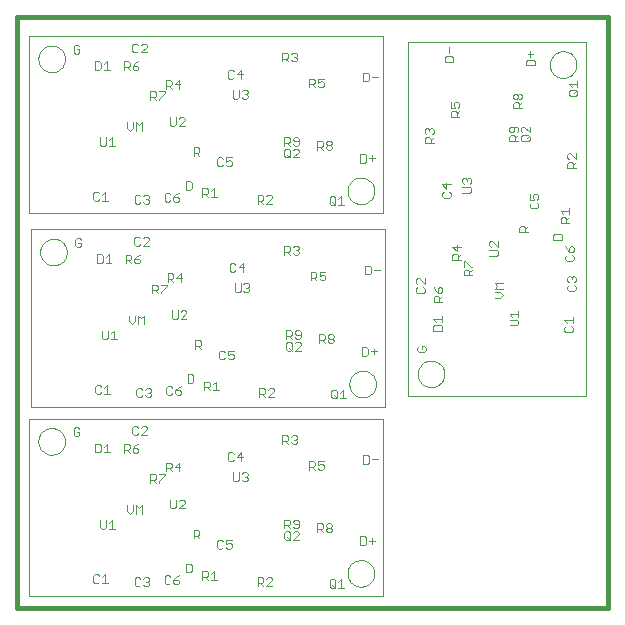
<source format=gto>
G75*
G70*
%OFA0B0*%
%FSLAX24Y24*%
%IPPOS*%
%LPD*%
%AMOC8*
5,1,8,0,0,1.08239X$1,22.5*
%
%ADD10C,0.0010*%
%ADD11C,0.0030*%
%ADD12C,0.0000*%
%ADD13C,0.0020*%
%ADD14C,0.0160*%
D10*
X001150Y009298D02*
X001150Y015204D01*
X012961Y015204D01*
X012961Y009298D01*
X001150Y009298D01*
X001210Y015608D02*
X001210Y021514D01*
X013021Y021514D01*
X013021Y015608D01*
X001210Y015608D01*
X001150Y022048D02*
X001150Y027954D01*
X012961Y027954D01*
X012961Y022048D01*
X001150Y022048D01*
X013794Y027759D02*
X013794Y015948D01*
X019700Y015948D01*
X019700Y027759D01*
X013794Y027759D01*
D11*
X012783Y026598D02*
X012590Y026598D01*
X012488Y026502D02*
X012488Y026695D01*
X012440Y026744D01*
X012295Y026744D01*
X012295Y026453D01*
X012440Y026453D01*
X012488Y026502D01*
X010964Y026544D02*
X010770Y026544D01*
X010770Y026398D01*
X010867Y026447D01*
X010915Y026447D01*
X010964Y026398D01*
X010964Y026302D01*
X010915Y026253D01*
X010819Y026253D01*
X010770Y026302D01*
X010669Y026253D02*
X010572Y026350D01*
X010621Y026350D02*
X010476Y026350D01*
X010476Y026253D02*
X010476Y026544D01*
X010621Y026544D01*
X010669Y026495D01*
X010669Y026398D01*
X010621Y026350D01*
X010035Y027113D02*
X010084Y027162D01*
X010084Y027210D01*
X010035Y027258D01*
X009987Y027258D01*
X010035Y027258D02*
X010084Y027307D01*
X010084Y027355D01*
X010035Y027404D01*
X009939Y027404D01*
X009890Y027355D01*
X009789Y027355D02*
X009789Y027258D01*
X009741Y027210D01*
X009596Y027210D01*
X009692Y027210D02*
X009789Y027113D01*
X009890Y027162D02*
X009939Y027113D01*
X010035Y027113D01*
X009789Y027355D02*
X009741Y027404D01*
X009596Y027404D01*
X009596Y027113D01*
X008264Y026688D02*
X008070Y026688D01*
X008215Y026834D01*
X008215Y026543D01*
X007969Y026592D02*
X007921Y026543D01*
X007824Y026543D01*
X007776Y026592D01*
X007776Y026785D01*
X007824Y026834D01*
X007921Y026834D01*
X007969Y026785D01*
X006333Y025205D02*
X006333Y025157D01*
X006140Y024963D01*
X006333Y024963D01*
X006333Y025205D02*
X006285Y025254D01*
X006188Y025254D01*
X006140Y025205D01*
X006038Y025254D02*
X006038Y025012D01*
X005990Y024963D01*
X005893Y024963D01*
X005845Y025012D01*
X005845Y025254D01*
X005480Y025823D02*
X005480Y025872D01*
X005673Y026065D01*
X005673Y026114D01*
X005480Y026114D01*
X005378Y026065D02*
X005378Y025968D01*
X005330Y025920D01*
X005185Y025920D01*
X005185Y025823D02*
X005185Y026114D01*
X005330Y026114D01*
X005378Y026065D01*
X005282Y025920D02*
X005378Y025823D01*
X005705Y026203D02*
X005705Y026494D01*
X005850Y026494D01*
X005898Y026445D01*
X005898Y026348D01*
X005850Y026300D01*
X005705Y026300D01*
X005802Y026300D02*
X005898Y026203D01*
X006000Y026348D02*
X006193Y026348D01*
X006145Y026203D02*
X006145Y026494D01*
X006000Y026348D01*
X005084Y027413D02*
X004890Y027413D01*
X005084Y027607D01*
X005084Y027655D01*
X005035Y027704D01*
X004939Y027704D01*
X004890Y027655D01*
X004789Y027655D02*
X004741Y027704D01*
X004644Y027704D01*
X004596Y027655D01*
X004596Y027462D01*
X004644Y027413D01*
X004741Y027413D01*
X004789Y027462D01*
X004793Y027114D02*
X004696Y027065D01*
X004600Y026968D01*
X004745Y026968D01*
X004793Y026920D01*
X004793Y026872D01*
X004745Y026823D01*
X004648Y026823D01*
X004600Y026872D01*
X004600Y026968D01*
X004498Y026968D02*
X004450Y026920D01*
X004305Y026920D01*
X004305Y026823D02*
X004305Y027114D01*
X004450Y027114D01*
X004498Y027065D01*
X004498Y026968D01*
X004402Y026920D02*
X004498Y026823D01*
X003834Y026833D02*
X003640Y026833D01*
X003737Y026833D02*
X003737Y027124D01*
X003640Y027027D01*
X003539Y027075D02*
X003539Y026882D01*
X003491Y026833D01*
X003346Y026833D01*
X003346Y027124D01*
X003491Y027124D01*
X003539Y027075D01*
X002828Y027422D02*
X002828Y027518D01*
X002732Y027518D01*
X002828Y027422D02*
X002780Y027373D01*
X002683Y027373D01*
X002635Y027422D01*
X002635Y027615D01*
X002683Y027664D01*
X002780Y027664D01*
X002828Y027615D01*
X004425Y025084D02*
X004425Y024890D01*
X004522Y024793D01*
X004618Y024890D01*
X004618Y025084D01*
X004725Y025084D02*
X004822Y024987D01*
X004918Y025084D01*
X004918Y024793D01*
X004725Y024793D02*
X004725Y025084D01*
X003906Y024584D02*
X003906Y024293D01*
X003810Y024293D02*
X004003Y024293D01*
X003810Y024487D02*
X003906Y024584D01*
X003708Y024584D02*
X003708Y024342D01*
X003660Y024293D01*
X003563Y024293D01*
X003515Y024342D01*
X003515Y024584D01*
X003441Y022764D02*
X003344Y022764D01*
X003296Y022715D01*
X003296Y022522D01*
X003344Y022473D01*
X003441Y022473D01*
X003489Y022522D01*
X003590Y022473D02*
X003784Y022473D01*
X003687Y022473D02*
X003687Y022764D01*
X003590Y022667D01*
X003489Y022715D02*
X003441Y022764D01*
X004665Y022615D02*
X004665Y022422D01*
X004713Y022373D01*
X004810Y022373D01*
X004858Y022422D01*
X004960Y022422D02*
X005008Y022373D01*
X005105Y022373D01*
X005153Y022422D01*
X005153Y022470D01*
X005105Y022518D01*
X005056Y022518D01*
X005105Y022518D02*
X005153Y022567D01*
X005153Y022615D01*
X005105Y022664D01*
X005008Y022664D01*
X004960Y022615D01*
X004858Y022615D02*
X004810Y022664D01*
X004713Y022664D01*
X004665Y022615D01*
X005665Y022685D02*
X005665Y022492D01*
X005713Y022443D01*
X005810Y022443D01*
X005858Y022492D01*
X005960Y022492D02*
X006008Y022443D01*
X006105Y022443D01*
X006153Y022492D01*
X006153Y022540D01*
X006105Y022588D01*
X005960Y022588D01*
X005960Y022492D01*
X005960Y022588D02*
X006056Y022685D01*
X006153Y022734D01*
X006375Y022833D02*
X006375Y023124D01*
X006520Y023124D01*
X006568Y023075D01*
X006568Y022882D01*
X006520Y022833D01*
X006375Y022833D01*
X005858Y022685D02*
X005810Y022734D01*
X005713Y022734D01*
X005665Y022685D01*
X006635Y023963D02*
X006635Y024254D01*
X006780Y024254D01*
X006828Y024205D01*
X006828Y024108D01*
X006780Y024060D01*
X006635Y024060D01*
X006732Y024060D02*
X006828Y023963D01*
X007415Y023865D02*
X007415Y023672D01*
X007463Y023623D01*
X007560Y023623D01*
X007608Y023672D01*
X007710Y023672D02*
X007758Y023623D01*
X007855Y023623D01*
X007903Y023672D01*
X007903Y023768D01*
X007855Y023817D01*
X007806Y023817D01*
X007710Y023768D01*
X007710Y023914D01*
X007903Y023914D01*
X007608Y023865D02*
X007560Y023914D01*
X007463Y023914D01*
X007415Y023865D01*
X007317Y022884D02*
X007317Y022593D01*
X007220Y022593D02*
X007414Y022593D01*
X007220Y022787D02*
X007317Y022884D01*
X007119Y022835D02*
X007119Y022738D01*
X007071Y022690D01*
X006926Y022690D01*
X007022Y022690D02*
X007119Y022593D01*
X006926Y022593D02*
X006926Y022884D01*
X007071Y022884D01*
X007119Y022835D01*
X008765Y022664D02*
X008765Y022373D01*
X008765Y022470D02*
X008910Y022470D01*
X008958Y022518D01*
X008958Y022615D01*
X008910Y022664D01*
X008765Y022664D01*
X008862Y022470D02*
X008958Y022373D01*
X009060Y022373D02*
X009253Y022567D01*
X009253Y022615D01*
X009205Y022664D01*
X009108Y022664D01*
X009060Y022615D01*
X009060Y022373D02*
X009253Y022373D01*
X009656Y020964D02*
X009801Y020964D01*
X009849Y020915D01*
X009849Y020818D01*
X009801Y020770D01*
X009656Y020770D01*
X009752Y020770D02*
X009849Y020673D01*
X009950Y020722D02*
X009999Y020673D01*
X010095Y020673D01*
X010144Y020722D01*
X010144Y020770D01*
X010095Y020818D01*
X010047Y020818D01*
X010095Y020818D02*
X010144Y020867D01*
X010144Y020915D01*
X010095Y020964D01*
X009999Y020964D01*
X009950Y020915D01*
X009656Y020964D02*
X009656Y020673D01*
X010536Y020104D02*
X010536Y019813D01*
X010536Y019910D02*
X010681Y019910D01*
X010729Y019958D01*
X010729Y020055D01*
X010681Y020104D01*
X010536Y020104D01*
X010632Y019910D02*
X010729Y019813D01*
X010830Y019862D02*
X010879Y019813D01*
X010975Y019813D01*
X011024Y019862D01*
X011024Y019958D01*
X010975Y020007D01*
X010927Y020007D01*
X010830Y019958D01*
X010830Y020104D01*
X011024Y020104D01*
X012355Y020013D02*
X012500Y020013D01*
X012548Y020062D01*
X012548Y020255D01*
X012500Y020304D01*
X012355Y020304D01*
X012355Y020013D01*
X012650Y020158D02*
X012843Y020158D01*
X014045Y019834D02*
X014045Y019737D01*
X014093Y019689D01*
X014093Y019587D02*
X014045Y019539D01*
X014045Y019442D01*
X014093Y019394D01*
X014287Y019394D01*
X014335Y019442D01*
X014335Y019539D01*
X014287Y019587D01*
X014335Y019689D02*
X014142Y019882D01*
X014093Y019882D01*
X014045Y019834D01*
X014335Y019882D02*
X014335Y019689D01*
X014635Y019591D02*
X014683Y019495D01*
X014780Y019398D01*
X014780Y019543D01*
X014828Y019591D01*
X014877Y019591D01*
X014925Y019543D01*
X014925Y019446D01*
X014877Y019398D01*
X014780Y019398D01*
X014780Y019297D02*
X014828Y019248D01*
X014828Y019103D01*
X014925Y019103D02*
X014635Y019103D01*
X014635Y019248D01*
X014683Y019297D01*
X014780Y019297D01*
X014828Y019200D02*
X014925Y019297D01*
X014915Y018632D02*
X014915Y018439D01*
X014915Y018535D02*
X014625Y018535D01*
X014722Y018439D01*
X014673Y018337D02*
X014625Y018289D01*
X014625Y018144D01*
X014915Y018144D01*
X014915Y018289D01*
X014867Y018337D01*
X014673Y018337D01*
X014327Y017627D02*
X014230Y017627D01*
X014230Y017530D01*
X014327Y017433D02*
X014375Y017482D01*
X014375Y017578D01*
X014327Y017627D01*
X014327Y017433D02*
X014133Y017433D01*
X014085Y017482D01*
X014085Y017578D01*
X014133Y017627D01*
X012733Y017448D02*
X012540Y017448D01*
X012636Y017352D02*
X012636Y017545D01*
X012438Y017545D02*
X012438Y017352D01*
X012390Y017303D01*
X012245Y017303D01*
X012245Y017594D01*
X012390Y017594D01*
X012438Y017545D01*
X011303Y017782D02*
X011255Y017733D01*
X011158Y017733D01*
X011110Y017782D01*
X011110Y017830D01*
X011158Y017878D01*
X011255Y017878D01*
X011303Y017830D01*
X011303Y017782D01*
X011255Y017878D02*
X011303Y017927D01*
X011303Y017975D01*
X011255Y018024D01*
X011158Y018024D01*
X011110Y017975D01*
X011110Y017927D01*
X011158Y017878D01*
X011008Y017878D02*
X011008Y017975D01*
X010960Y018024D01*
X010815Y018024D01*
X010815Y017733D01*
X010815Y017830D02*
X010960Y017830D01*
X011008Y017878D01*
X010912Y017830D02*
X011008Y017733D01*
X010203Y017715D02*
X010155Y017764D01*
X010058Y017764D01*
X010010Y017715D01*
X009908Y017715D02*
X009908Y017522D01*
X009860Y017473D01*
X009763Y017473D01*
X009715Y017522D01*
X009715Y017715D01*
X009763Y017764D01*
X009860Y017764D01*
X009908Y017715D01*
X009908Y017863D02*
X009812Y017960D01*
X009860Y017960D02*
X009715Y017960D01*
X009715Y017863D02*
X009715Y018154D01*
X009860Y018154D01*
X009908Y018105D01*
X009908Y018008D01*
X009860Y017960D01*
X010010Y017912D02*
X010058Y017863D01*
X010155Y017863D01*
X010203Y017912D01*
X010203Y018105D01*
X010155Y018154D01*
X010058Y018154D01*
X010010Y018105D01*
X010010Y018057D01*
X010058Y018008D01*
X010203Y018008D01*
X010203Y017715D02*
X010203Y017667D01*
X010010Y017473D01*
X010203Y017473D01*
X009908Y017473D02*
X009812Y017570D01*
X009265Y016224D02*
X009168Y016224D01*
X009120Y016175D01*
X009018Y016175D02*
X009018Y016078D01*
X008970Y016030D01*
X008825Y016030D01*
X008825Y015933D02*
X008825Y016224D01*
X008970Y016224D01*
X009018Y016175D01*
X008922Y016030D02*
X009018Y015933D01*
X009120Y015933D02*
X009313Y016127D01*
X009313Y016175D01*
X009265Y016224D01*
X009313Y015933D02*
X009120Y015933D01*
X007915Y017183D02*
X007963Y017232D01*
X007963Y017328D01*
X007915Y017377D01*
X007866Y017377D01*
X007770Y017328D01*
X007770Y017474D01*
X007963Y017474D01*
X007915Y017183D02*
X007818Y017183D01*
X007770Y017232D01*
X007668Y017232D02*
X007620Y017183D01*
X007523Y017183D01*
X007475Y017232D01*
X007475Y017425D01*
X007523Y017474D01*
X007620Y017474D01*
X007668Y017425D01*
X006888Y017523D02*
X006792Y017620D01*
X006840Y017620D02*
X006695Y017620D01*
X006695Y017523D02*
X006695Y017814D01*
X006840Y017814D01*
X006888Y017765D01*
X006888Y017668D01*
X006840Y017620D01*
X006580Y016684D02*
X006435Y016684D01*
X006435Y016393D01*
X006580Y016393D01*
X006628Y016442D01*
X006628Y016635D01*
X006580Y016684D01*
X006986Y016444D02*
X006986Y016153D01*
X006986Y016250D02*
X007131Y016250D01*
X007179Y016298D01*
X007179Y016395D01*
X007131Y016444D01*
X006986Y016444D01*
X007082Y016250D02*
X007179Y016153D01*
X007280Y016153D02*
X007474Y016153D01*
X007377Y016153D02*
X007377Y016444D01*
X007280Y016347D01*
X006213Y016294D02*
X006116Y016245D01*
X006020Y016148D01*
X006165Y016148D01*
X006213Y016100D01*
X006213Y016052D01*
X006165Y016003D01*
X006068Y016003D01*
X006020Y016052D01*
X006020Y016148D01*
X005918Y016052D02*
X005870Y016003D01*
X005773Y016003D01*
X005725Y016052D01*
X005725Y016245D01*
X005773Y016294D01*
X005870Y016294D01*
X005918Y016245D01*
X005213Y016175D02*
X005213Y016127D01*
X005165Y016078D01*
X005213Y016030D01*
X005213Y015982D01*
X005165Y015933D01*
X005068Y015933D01*
X005020Y015982D01*
X004918Y015982D02*
X004870Y015933D01*
X004773Y015933D01*
X004725Y015982D01*
X004725Y016175D01*
X004773Y016224D01*
X004870Y016224D01*
X004918Y016175D01*
X005020Y016175D02*
X005068Y016224D01*
X005165Y016224D01*
X005213Y016175D01*
X005165Y016078D02*
X005116Y016078D01*
X005035Y014954D02*
X004939Y014954D01*
X004890Y014905D01*
X004789Y014905D02*
X004741Y014954D01*
X004644Y014954D01*
X004596Y014905D01*
X004596Y014712D01*
X004644Y014663D01*
X004741Y014663D01*
X004789Y014712D01*
X004890Y014663D02*
X005084Y014857D01*
X005084Y014905D01*
X005035Y014954D01*
X005084Y014663D02*
X004890Y014663D01*
X004793Y014364D02*
X004696Y014315D01*
X004600Y014218D01*
X004745Y014218D01*
X004793Y014170D01*
X004793Y014122D01*
X004745Y014073D01*
X004648Y014073D01*
X004600Y014122D01*
X004600Y014218D01*
X004498Y014218D02*
X004450Y014170D01*
X004305Y014170D01*
X004305Y014073D02*
X004305Y014364D01*
X004450Y014364D01*
X004498Y014315D01*
X004498Y014218D01*
X004402Y014170D02*
X004498Y014073D01*
X003834Y014083D02*
X003640Y014083D01*
X003737Y014083D02*
X003737Y014374D01*
X003640Y014277D01*
X003539Y014325D02*
X003539Y014132D01*
X003491Y014083D01*
X003346Y014083D01*
X003346Y014374D01*
X003491Y014374D01*
X003539Y014325D01*
X002828Y014672D02*
X002828Y014768D01*
X002732Y014768D01*
X002828Y014672D02*
X002780Y014623D01*
X002683Y014623D01*
X002635Y014672D01*
X002635Y014865D01*
X002683Y014914D01*
X002780Y014914D01*
X002828Y014865D01*
X003404Y016033D02*
X003356Y016082D01*
X003356Y016275D01*
X003404Y016324D01*
X003501Y016324D01*
X003549Y016275D01*
X003650Y016227D02*
X003747Y016324D01*
X003747Y016033D01*
X003650Y016033D02*
X003844Y016033D01*
X003549Y016082D02*
X003501Y016033D01*
X003404Y016033D01*
X003623Y017853D02*
X003575Y017902D01*
X003575Y018144D01*
X003768Y018144D02*
X003768Y017902D01*
X003720Y017853D01*
X003623Y017853D01*
X003870Y017853D02*
X004063Y017853D01*
X003966Y017853D02*
X003966Y018144D01*
X003870Y018047D01*
X004485Y018450D02*
X004485Y018644D01*
X004678Y018644D02*
X004678Y018450D01*
X004582Y018353D01*
X004485Y018450D01*
X004785Y018353D02*
X004785Y018644D01*
X004882Y018547D01*
X004978Y018644D01*
X004978Y018353D01*
X005245Y019383D02*
X005245Y019674D01*
X005390Y019674D01*
X005438Y019625D01*
X005438Y019528D01*
X005390Y019480D01*
X005245Y019480D01*
X005342Y019480D02*
X005438Y019383D01*
X005540Y019383D02*
X005540Y019432D01*
X005733Y019625D01*
X005733Y019674D01*
X005540Y019674D01*
X005765Y019763D02*
X005765Y020054D01*
X005910Y020054D01*
X005958Y020005D01*
X005958Y019908D01*
X005910Y019860D01*
X005765Y019860D01*
X005862Y019860D02*
X005958Y019763D01*
X006060Y019908D02*
X006205Y020054D01*
X006205Y019763D01*
X006253Y019908D02*
X006060Y019908D01*
X006098Y018814D02*
X006098Y018572D01*
X006050Y018523D01*
X005953Y018523D01*
X005905Y018572D01*
X005905Y018814D01*
X006200Y018765D02*
X006248Y018814D01*
X006345Y018814D01*
X006393Y018765D01*
X006393Y018717D01*
X006200Y018523D01*
X006393Y018523D01*
X007884Y020103D02*
X007981Y020103D01*
X008029Y020152D01*
X008130Y020248D02*
X008324Y020248D01*
X008275Y020103D02*
X008275Y020394D01*
X008130Y020248D01*
X008029Y020345D02*
X007981Y020394D01*
X007884Y020394D01*
X007836Y020345D01*
X007836Y020152D01*
X007884Y020103D01*
X005144Y020973D02*
X004950Y020973D01*
X005144Y021167D01*
X005144Y021215D01*
X005095Y021264D01*
X004999Y021264D01*
X004950Y021215D01*
X004849Y021215D02*
X004801Y021264D01*
X004704Y021264D01*
X004656Y021215D01*
X004656Y021022D01*
X004704Y020973D01*
X004801Y020973D01*
X004849Y021022D01*
X004853Y020674D02*
X004756Y020625D01*
X004660Y020528D01*
X004805Y020528D01*
X004853Y020480D01*
X004853Y020432D01*
X004805Y020383D01*
X004708Y020383D01*
X004660Y020432D01*
X004660Y020528D01*
X004558Y020528D02*
X004558Y020625D01*
X004510Y020674D01*
X004365Y020674D01*
X004365Y020383D01*
X004365Y020480D02*
X004510Y020480D01*
X004558Y020528D01*
X004462Y020480D02*
X004558Y020383D01*
X003894Y020393D02*
X003700Y020393D01*
X003797Y020393D02*
X003797Y020684D01*
X003700Y020587D01*
X003599Y020635D02*
X003599Y020442D01*
X003551Y020393D01*
X003406Y020393D01*
X003406Y020684D01*
X003551Y020684D01*
X003599Y020635D01*
X002888Y020982D02*
X002888Y021078D01*
X002792Y021078D01*
X002888Y020982D02*
X002840Y020933D01*
X002743Y020933D01*
X002695Y020982D01*
X002695Y021175D01*
X002743Y021224D01*
X002840Y021224D01*
X002888Y021175D01*
X007824Y014084D02*
X007776Y014035D01*
X007776Y013842D01*
X007824Y013793D01*
X007921Y013793D01*
X007969Y013842D01*
X008070Y013938D02*
X008264Y013938D01*
X008215Y013793D02*
X008215Y014084D01*
X008070Y013938D01*
X007969Y014035D02*
X007921Y014084D01*
X007824Y014084D01*
X006285Y012504D02*
X006188Y012504D01*
X006140Y012455D01*
X006038Y012504D02*
X006038Y012262D01*
X005990Y012213D01*
X005893Y012213D01*
X005845Y012262D01*
X005845Y012504D01*
X006140Y012213D02*
X006333Y012407D01*
X006333Y012455D01*
X006285Y012504D01*
X006333Y012213D02*
X006140Y012213D01*
X006635Y011504D02*
X006780Y011504D01*
X006828Y011455D01*
X006828Y011358D01*
X006780Y011310D01*
X006635Y011310D01*
X006635Y011213D02*
X006635Y011504D01*
X006732Y011310D02*
X006828Y011213D01*
X007415Y011115D02*
X007415Y010922D01*
X007463Y010873D01*
X007560Y010873D01*
X007608Y010922D01*
X007710Y010922D02*
X007758Y010873D01*
X007855Y010873D01*
X007903Y010922D01*
X007903Y011018D01*
X007855Y011067D01*
X007806Y011067D01*
X007710Y011018D01*
X007710Y011164D01*
X007903Y011164D01*
X007608Y011115D02*
X007560Y011164D01*
X007463Y011164D01*
X007415Y011115D01*
X007317Y010134D02*
X007317Y009843D01*
X007220Y009843D02*
X007414Y009843D01*
X007220Y010037D02*
X007317Y010134D01*
X007119Y010085D02*
X007119Y009988D01*
X007071Y009940D01*
X006926Y009940D01*
X007022Y009940D02*
X007119Y009843D01*
X006926Y009843D02*
X006926Y010134D01*
X007071Y010134D01*
X007119Y010085D01*
X006568Y010132D02*
X006520Y010083D01*
X006375Y010083D01*
X006375Y010374D01*
X006520Y010374D01*
X006568Y010325D01*
X006568Y010132D01*
X006153Y009984D02*
X006056Y009935D01*
X005960Y009838D01*
X006105Y009838D01*
X006153Y009790D01*
X006153Y009742D01*
X006105Y009693D01*
X006008Y009693D01*
X005960Y009742D01*
X005960Y009838D01*
X005858Y009742D02*
X005810Y009693D01*
X005713Y009693D01*
X005665Y009742D01*
X005665Y009935D01*
X005713Y009984D01*
X005810Y009984D01*
X005858Y009935D01*
X005153Y009865D02*
X005153Y009817D01*
X005105Y009768D01*
X005153Y009720D01*
X005153Y009672D01*
X005105Y009623D01*
X005008Y009623D01*
X004960Y009672D01*
X004858Y009672D02*
X004810Y009623D01*
X004713Y009623D01*
X004665Y009672D01*
X004665Y009865D01*
X004713Y009914D01*
X004810Y009914D01*
X004858Y009865D01*
X004960Y009865D02*
X005008Y009914D01*
X005105Y009914D01*
X005153Y009865D01*
X005105Y009768D02*
X005056Y009768D01*
X003784Y009723D02*
X003590Y009723D01*
X003687Y009723D02*
X003687Y010014D01*
X003590Y009917D01*
X003489Y009965D02*
X003441Y010014D01*
X003344Y010014D01*
X003296Y009965D01*
X003296Y009772D01*
X003344Y009723D01*
X003441Y009723D01*
X003489Y009772D01*
X003563Y011543D02*
X003660Y011543D01*
X003708Y011592D01*
X003708Y011834D01*
X003810Y011737D02*
X003906Y011834D01*
X003906Y011543D01*
X003810Y011543D02*
X004003Y011543D01*
X003563Y011543D02*
X003515Y011592D01*
X003515Y011834D01*
X004425Y012140D02*
X004522Y012043D01*
X004618Y012140D01*
X004618Y012334D01*
X004725Y012334D02*
X004822Y012237D01*
X004918Y012334D01*
X004918Y012043D01*
X004725Y012043D02*
X004725Y012334D01*
X004425Y012334D02*
X004425Y012140D01*
X005185Y013073D02*
X005185Y013364D01*
X005330Y013364D01*
X005378Y013315D01*
X005378Y013218D01*
X005330Y013170D01*
X005185Y013170D01*
X005282Y013170D02*
X005378Y013073D01*
X005480Y013073D02*
X005480Y013122D01*
X005673Y013315D01*
X005673Y013364D01*
X005480Y013364D01*
X005705Y013453D02*
X005705Y013744D01*
X005850Y013744D01*
X005898Y013695D01*
X005898Y013598D01*
X005850Y013550D01*
X005705Y013550D01*
X005802Y013550D02*
X005898Y013453D01*
X006000Y013598D02*
X006193Y013598D01*
X006145Y013453D02*
X006145Y013744D01*
X006000Y013598D01*
X008765Y009914D02*
X008910Y009914D01*
X008958Y009865D01*
X008958Y009768D01*
X008910Y009720D01*
X008765Y009720D01*
X008765Y009623D02*
X008765Y009914D01*
X008862Y009720D02*
X008958Y009623D01*
X009060Y009623D02*
X009253Y009817D01*
X009253Y009865D01*
X009205Y009914D01*
X009108Y009914D01*
X009060Y009865D01*
X009060Y009623D02*
X009253Y009623D01*
X009703Y011163D02*
X009655Y011212D01*
X009655Y011405D01*
X009703Y011454D01*
X009800Y011454D01*
X009848Y011405D01*
X009848Y011212D01*
X009800Y011163D01*
X009703Y011163D01*
X009752Y011260D02*
X009848Y011163D01*
X009950Y011163D02*
X010143Y011357D01*
X010143Y011405D01*
X010095Y011454D01*
X009998Y011454D01*
X009950Y011405D01*
X009998Y011553D02*
X010095Y011553D01*
X010143Y011602D01*
X010143Y011795D01*
X010095Y011844D01*
X009998Y011844D01*
X009950Y011795D01*
X009950Y011747D01*
X009998Y011698D01*
X010143Y011698D01*
X009998Y011553D02*
X009950Y011602D01*
X009848Y011553D02*
X009752Y011650D01*
X009800Y011650D02*
X009655Y011650D01*
X009655Y011553D02*
X009655Y011844D01*
X009800Y011844D01*
X009848Y011795D01*
X009848Y011698D01*
X009800Y011650D01*
X009950Y011163D02*
X010143Y011163D01*
X010755Y011423D02*
X010755Y011714D01*
X010900Y011714D01*
X010948Y011665D01*
X010948Y011568D01*
X010900Y011520D01*
X010755Y011520D01*
X010852Y011520D02*
X010948Y011423D01*
X011050Y011472D02*
X011050Y011520D01*
X011098Y011568D01*
X011195Y011568D01*
X011243Y011520D01*
X011243Y011472D01*
X011195Y011423D01*
X011098Y011423D01*
X011050Y011472D01*
X011098Y011568D02*
X011050Y011617D01*
X011050Y011665D01*
X011098Y011714D01*
X011195Y011714D01*
X011243Y011665D01*
X011243Y011617D01*
X011195Y011568D01*
X012185Y011284D02*
X012185Y010993D01*
X012330Y010993D01*
X012378Y011042D01*
X012378Y011235D01*
X012330Y011284D01*
X012185Y011284D01*
X012480Y011138D02*
X012673Y011138D01*
X012576Y011042D02*
X012576Y011235D01*
X011556Y009864D02*
X011556Y009573D01*
X011460Y009573D02*
X011653Y009573D01*
X011460Y009767D02*
X011556Y009864D01*
X011358Y009815D02*
X011358Y009622D01*
X011310Y009573D01*
X011213Y009573D01*
X011165Y009622D01*
X011165Y009815D01*
X011213Y009864D01*
X011310Y009864D01*
X011358Y009815D01*
X011262Y009670D02*
X011358Y009573D01*
X010915Y013503D02*
X010819Y013503D01*
X010770Y013552D01*
X010770Y013648D02*
X010867Y013697D01*
X010915Y013697D01*
X010964Y013648D01*
X010964Y013552D01*
X010915Y013503D01*
X010770Y013648D02*
X010770Y013794D01*
X010964Y013794D01*
X010669Y013745D02*
X010669Y013648D01*
X010621Y013600D01*
X010476Y013600D01*
X010572Y013600D02*
X010669Y013503D01*
X010476Y013503D02*
X010476Y013794D01*
X010621Y013794D01*
X010669Y013745D01*
X010035Y014363D02*
X010084Y014412D01*
X010084Y014460D01*
X010035Y014508D01*
X009987Y014508D01*
X010035Y014508D02*
X010084Y014557D01*
X010084Y014605D01*
X010035Y014654D01*
X009939Y014654D01*
X009890Y014605D01*
X009789Y014605D02*
X009789Y014508D01*
X009741Y014460D01*
X009596Y014460D01*
X009692Y014460D02*
X009789Y014363D01*
X009890Y014412D02*
X009939Y014363D01*
X010035Y014363D01*
X009789Y014605D02*
X009741Y014654D01*
X009596Y014654D01*
X009596Y014363D01*
X011225Y015932D02*
X011273Y015883D01*
X011370Y015883D01*
X011418Y015932D01*
X011418Y016125D01*
X011370Y016174D01*
X011273Y016174D01*
X011225Y016125D01*
X011225Y015932D01*
X011322Y015980D02*
X011418Y015883D01*
X011520Y015883D02*
X011713Y015883D01*
X011616Y015883D02*
X011616Y016174D01*
X011520Y016077D01*
X012295Y013994D02*
X012440Y013994D01*
X012488Y013945D01*
X012488Y013752D01*
X012440Y013703D01*
X012295Y013703D01*
X012295Y013994D01*
X012590Y013848D02*
X012783Y013848D01*
X017165Y018313D02*
X017407Y018313D01*
X017455Y018362D01*
X017455Y018458D01*
X017407Y018507D01*
X017165Y018507D01*
X017262Y018608D02*
X017165Y018705D01*
X017455Y018705D01*
X017455Y018801D02*
X017455Y018608D01*
X016858Y019223D02*
X016955Y019320D01*
X016858Y019417D01*
X016665Y019417D01*
X016665Y019523D02*
X016762Y019620D01*
X016665Y019717D01*
X016955Y019717D01*
X016955Y019523D02*
X016665Y019523D01*
X016665Y019223D02*
X016858Y019223D01*
X015925Y019983D02*
X015635Y019983D01*
X015635Y020128D01*
X015683Y020177D01*
X015780Y020177D01*
X015828Y020128D01*
X015828Y019983D01*
X015828Y020080D02*
X015925Y020177D01*
X015925Y020278D02*
X015877Y020278D01*
X015683Y020471D01*
X015635Y020471D01*
X015635Y020278D01*
X015545Y020503D02*
X015255Y020503D01*
X015255Y020648D01*
X015303Y020697D01*
X015400Y020697D01*
X015448Y020648D01*
X015448Y020503D01*
X015448Y020600D02*
X015545Y020697D01*
X015400Y020798D02*
X015400Y020991D01*
X015545Y020943D02*
X015255Y020943D01*
X015400Y020798D01*
X016495Y020837D02*
X016737Y020837D01*
X016785Y020788D01*
X016785Y020692D01*
X016737Y020643D01*
X016495Y020643D01*
X016543Y020938D02*
X016495Y020986D01*
X016495Y021083D01*
X016543Y021131D01*
X016592Y021131D01*
X016785Y020938D01*
X016785Y021131D01*
X017495Y021433D02*
X017495Y021578D01*
X017543Y021627D01*
X017640Y021627D01*
X017688Y021578D01*
X017688Y021433D01*
X017785Y021433D02*
X017495Y021433D01*
X017688Y021530D02*
X017785Y021627D01*
X017883Y022213D02*
X018077Y022213D01*
X018125Y022262D01*
X018125Y022358D01*
X018077Y022407D01*
X018077Y022508D02*
X018125Y022556D01*
X018125Y022653D01*
X018077Y022701D01*
X017980Y022701D01*
X017932Y022653D01*
X017932Y022605D01*
X017980Y022508D01*
X017835Y022508D01*
X017835Y022701D01*
X017883Y022407D02*
X017835Y022358D01*
X017835Y022262D01*
X017883Y022213D01*
X018673Y021367D02*
X018625Y021318D01*
X018625Y021173D01*
X018915Y021173D01*
X018915Y021318D01*
X018867Y021367D01*
X018673Y021367D01*
X018865Y021724D02*
X018865Y021869D01*
X018913Y021917D01*
X019010Y021917D01*
X019058Y021869D01*
X019058Y021724D01*
X019058Y021821D02*
X019155Y021917D01*
X019155Y022019D02*
X019155Y022212D01*
X019155Y022115D02*
X018865Y022115D01*
X018962Y022019D01*
X018865Y021724D02*
X019155Y021724D01*
X019208Y020951D02*
X019160Y020903D01*
X019160Y020758D01*
X019257Y020758D01*
X019305Y020806D01*
X019305Y020903D01*
X019257Y020951D01*
X019208Y020951D01*
X019063Y020855D02*
X019160Y020758D01*
X019063Y020855D02*
X019015Y020951D01*
X019063Y020657D02*
X019015Y020608D01*
X019015Y020512D01*
X019063Y020463D01*
X019257Y020463D01*
X019305Y020512D01*
X019305Y020608D01*
X019257Y020657D01*
X019278Y019951D02*
X019327Y019951D01*
X019375Y019903D01*
X019375Y019806D01*
X019327Y019758D01*
X019327Y019657D02*
X019375Y019608D01*
X019375Y019512D01*
X019327Y019463D01*
X019133Y019463D01*
X019085Y019512D01*
X019085Y019608D01*
X019133Y019657D01*
X019133Y019758D02*
X019085Y019806D01*
X019085Y019903D01*
X019133Y019951D01*
X019182Y019951D01*
X019230Y019903D01*
X019278Y019951D01*
X019230Y019903D02*
X019230Y019855D01*
X019275Y018582D02*
X019275Y018389D01*
X019275Y018485D02*
X018985Y018485D01*
X019082Y018389D01*
X019033Y018287D02*
X018985Y018239D01*
X018985Y018142D01*
X019033Y018094D01*
X019227Y018094D01*
X019275Y018142D01*
X019275Y018239D01*
X019227Y018287D01*
X015157Y022574D02*
X015205Y022622D01*
X015205Y022719D01*
X015157Y022767D01*
X015060Y022869D02*
X015060Y023062D01*
X015205Y023014D02*
X014915Y023014D01*
X015060Y022869D01*
X014963Y022767D02*
X014915Y022719D01*
X014915Y022622D01*
X014963Y022574D01*
X015157Y022574D01*
X014635Y024394D02*
X014345Y024394D01*
X014345Y024539D01*
X014393Y024587D01*
X014490Y024587D01*
X014538Y024539D01*
X014538Y024394D01*
X014538Y024491D02*
X014635Y024587D01*
X014587Y024689D02*
X014635Y024737D01*
X014635Y024834D01*
X014587Y024882D01*
X014538Y024882D01*
X014490Y024834D01*
X014490Y024785D01*
X014490Y024834D02*
X014442Y024882D01*
X014393Y024882D01*
X014345Y024834D01*
X014345Y024737D01*
X014393Y024689D01*
X015205Y025274D02*
X015205Y025419D01*
X015253Y025467D01*
X015350Y025467D01*
X015398Y025419D01*
X015398Y025274D01*
X015398Y025371D02*
X015495Y025467D01*
X015447Y025569D02*
X015495Y025617D01*
X015495Y025714D01*
X015447Y025762D01*
X015350Y025762D01*
X015302Y025714D01*
X015302Y025665D01*
X015350Y025569D01*
X015205Y025569D01*
X015205Y025762D01*
X015205Y025274D02*
X015495Y025274D01*
X015295Y027093D02*
X015005Y027093D01*
X015005Y027238D01*
X015053Y027287D01*
X015247Y027287D01*
X015295Y027238D01*
X015295Y027093D01*
X015150Y027388D02*
X015150Y027581D01*
X017285Y025993D02*
X017333Y026041D01*
X017382Y026041D01*
X017430Y025993D01*
X017430Y025896D01*
X017382Y025848D01*
X017333Y025848D01*
X017285Y025896D01*
X017285Y025993D01*
X017430Y025993D02*
X017478Y026041D01*
X017527Y026041D01*
X017575Y025993D01*
X017575Y025896D01*
X017527Y025848D01*
X017478Y025848D01*
X017430Y025896D01*
X017430Y025747D02*
X017478Y025698D01*
X017478Y025553D01*
X017575Y025553D02*
X017285Y025553D01*
X017285Y025698D01*
X017333Y025747D01*
X017430Y025747D01*
X017478Y025650D02*
X017575Y025747D01*
X017593Y024941D02*
X017545Y024893D01*
X017545Y024796D01*
X017593Y024748D01*
X017593Y024647D02*
X017787Y024647D01*
X017835Y024598D01*
X017835Y024502D01*
X017787Y024453D01*
X017593Y024453D01*
X017545Y024502D01*
X017545Y024598D01*
X017593Y024647D01*
X017445Y024647D02*
X017348Y024550D01*
X017348Y024598D02*
X017348Y024453D01*
X017445Y024453D02*
X017155Y024453D01*
X017155Y024598D01*
X017203Y024647D01*
X017300Y024647D01*
X017348Y024598D01*
X017397Y024748D02*
X017445Y024796D01*
X017445Y024893D01*
X017397Y024941D01*
X017203Y024941D01*
X017155Y024893D01*
X017155Y024796D01*
X017203Y024748D01*
X017252Y024748D01*
X017300Y024796D01*
X017300Y024941D01*
X017593Y024941D02*
X017642Y024941D01*
X017835Y024748D01*
X017835Y024941D01*
X017835Y024647D02*
X017738Y024550D01*
X019085Y024003D02*
X019085Y023906D01*
X019133Y023858D01*
X019133Y023757D02*
X019230Y023757D01*
X019278Y023708D01*
X019278Y023563D01*
X019375Y023563D02*
X019085Y023563D01*
X019085Y023708D01*
X019133Y023757D01*
X019278Y023660D02*
X019375Y023757D01*
X019375Y023858D02*
X019182Y024051D01*
X019133Y024051D01*
X019085Y024003D01*
X019375Y024051D02*
X019375Y023858D01*
X019377Y025963D02*
X019183Y025963D01*
X019135Y026012D01*
X019135Y026108D01*
X019183Y026157D01*
X019377Y026157D01*
X019425Y026108D01*
X019425Y026012D01*
X019377Y025963D01*
X019328Y026060D02*
X019425Y026157D01*
X019425Y026258D02*
X019425Y026451D01*
X019425Y026355D02*
X019135Y026355D01*
X019232Y026258D01*
X018005Y026983D02*
X018005Y027128D01*
X017957Y027177D01*
X017763Y027177D01*
X017715Y027128D01*
X017715Y026983D01*
X018005Y026983D01*
X017860Y027278D02*
X017860Y027471D01*
X017763Y027375D02*
X017957Y027375D01*
X012673Y023888D02*
X012480Y023888D01*
X012576Y023792D02*
X012576Y023985D01*
X012378Y023985D02*
X012330Y024034D01*
X012185Y024034D01*
X012185Y023743D01*
X012330Y023743D01*
X012378Y023792D01*
X012378Y023985D01*
X011556Y022614D02*
X011556Y022323D01*
X011460Y022323D02*
X011653Y022323D01*
X011460Y022517D02*
X011556Y022614D01*
X011358Y022565D02*
X011358Y022372D01*
X011310Y022323D01*
X011213Y022323D01*
X011165Y022372D01*
X011165Y022565D01*
X011213Y022614D01*
X011310Y022614D01*
X011358Y022565D01*
X011262Y022420D02*
X011358Y022323D01*
X010143Y023913D02*
X009950Y023913D01*
X010143Y024107D01*
X010143Y024155D01*
X010095Y024204D01*
X009998Y024204D01*
X009950Y024155D01*
X009848Y024155D02*
X009848Y023962D01*
X009800Y023913D01*
X009703Y023913D01*
X009655Y023962D01*
X009655Y024155D01*
X009703Y024204D01*
X009800Y024204D01*
X009848Y024155D01*
X009848Y024303D02*
X009752Y024400D01*
X009800Y024400D02*
X009655Y024400D01*
X009655Y024303D02*
X009655Y024594D01*
X009800Y024594D01*
X009848Y024545D01*
X009848Y024448D01*
X009800Y024400D01*
X009950Y024352D02*
X009998Y024303D01*
X010095Y024303D01*
X010143Y024352D01*
X010143Y024545D01*
X010095Y024594D01*
X009998Y024594D01*
X009950Y024545D01*
X009950Y024497D01*
X009998Y024448D01*
X010143Y024448D01*
X009752Y024010D02*
X009848Y023913D01*
X010755Y024173D02*
X010755Y024464D01*
X010900Y024464D01*
X010948Y024415D01*
X010948Y024318D01*
X010900Y024270D01*
X010755Y024270D01*
X010852Y024270D02*
X010948Y024173D01*
X011050Y024222D02*
X011050Y024270D01*
X011098Y024318D01*
X011195Y024318D01*
X011243Y024270D01*
X011243Y024222D01*
X011195Y024173D01*
X011098Y024173D01*
X011050Y024222D01*
X011098Y024318D02*
X011050Y024367D01*
X011050Y024415D01*
X011098Y024464D01*
X011195Y024464D01*
X011243Y024415D01*
X011243Y024367D01*
X011195Y024318D01*
D12*
X011765Y022798D02*
X011767Y022840D01*
X011773Y022881D01*
X011782Y022922D01*
X011796Y022961D01*
X011813Y022999D01*
X011834Y023035D01*
X011857Y023070D01*
X011884Y023101D01*
X011914Y023131D01*
X011947Y023157D01*
X011982Y023180D01*
X012018Y023200D01*
X012057Y023216D01*
X012097Y023228D01*
X012137Y023237D01*
X012179Y023242D01*
X012220Y023243D01*
X012262Y023240D01*
X012303Y023233D01*
X012344Y023222D01*
X012383Y023208D01*
X012420Y023190D01*
X012456Y023169D01*
X012490Y023144D01*
X012521Y023116D01*
X012549Y023086D01*
X012575Y023053D01*
X012597Y023017D01*
X012616Y022980D01*
X012631Y022941D01*
X012643Y022901D01*
X012651Y022860D01*
X012655Y022819D01*
X012655Y022777D01*
X012651Y022736D01*
X012643Y022695D01*
X012631Y022655D01*
X012616Y022616D01*
X012597Y022579D01*
X012575Y022543D01*
X012549Y022510D01*
X012521Y022480D01*
X012490Y022452D01*
X012456Y022427D01*
X012420Y022406D01*
X012383Y022388D01*
X012344Y022374D01*
X012303Y022363D01*
X012262Y022356D01*
X012220Y022353D01*
X012179Y022354D01*
X012137Y022359D01*
X012097Y022368D01*
X012057Y022380D01*
X012018Y022396D01*
X011982Y022416D01*
X011947Y022439D01*
X011914Y022465D01*
X011884Y022495D01*
X011857Y022526D01*
X011834Y022561D01*
X011813Y022597D01*
X011796Y022635D01*
X011782Y022674D01*
X011773Y022715D01*
X011767Y022756D01*
X011765Y022798D01*
X014105Y016698D02*
X014107Y016740D01*
X014113Y016781D01*
X014122Y016822D01*
X014136Y016861D01*
X014153Y016899D01*
X014174Y016935D01*
X014197Y016970D01*
X014224Y017001D01*
X014254Y017031D01*
X014287Y017057D01*
X014322Y017080D01*
X014358Y017100D01*
X014397Y017116D01*
X014437Y017128D01*
X014477Y017137D01*
X014519Y017142D01*
X014560Y017143D01*
X014602Y017140D01*
X014643Y017133D01*
X014684Y017122D01*
X014723Y017108D01*
X014760Y017090D01*
X014796Y017069D01*
X014830Y017044D01*
X014861Y017016D01*
X014889Y016986D01*
X014915Y016953D01*
X014937Y016917D01*
X014956Y016880D01*
X014971Y016841D01*
X014983Y016801D01*
X014991Y016760D01*
X014995Y016719D01*
X014995Y016677D01*
X014991Y016636D01*
X014983Y016595D01*
X014971Y016555D01*
X014956Y016516D01*
X014937Y016479D01*
X014915Y016443D01*
X014889Y016410D01*
X014861Y016380D01*
X014830Y016352D01*
X014796Y016327D01*
X014760Y016306D01*
X014723Y016288D01*
X014684Y016274D01*
X014643Y016263D01*
X014602Y016256D01*
X014560Y016253D01*
X014519Y016254D01*
X014477Y016259D01*
X014437Y016268D01*
X014397Y016280D01*
X014358Y016296D01*
X014322Y016316D01*
X014287Y016339D01*
X014254Y016365D01*
X014224Y016395D01*
X014197Y016426D01*
X014174Y016461D01*
X014153Y016497D01*
X014136Y016535D01*
X014122Y016574D01*
X014113Y016615D01*
X014107Y016656D01*
X014105Y016698D01*
X011825Y016358D02*
X011827Y016400D01*
X011833Y016441D01*
X011842Y016482D01*
X011856Y016521D01*
X011873Y016559D01*
X011894Y016595D01*
X011917Y016630D01*
X011944Y016661D01*
X011974Y016691D01*
X012007Y016717D01*
X012042Y016740D01*
X012078Y016760D01*
X012117Y016776D01*
X012157Y016788D01*
X012197Y016797D01*
X012239Y016802D01*
X012280Y016803D01*
X012322Y016800D01*
X012363Y016793D01*
X012404Y016782D01*
X012443Y016768D01*
X012480Y016750D01*
X012516Y016729D01*
X012550Y016704D01*
X012581Y016676D01*
X012609Y016646D01*
X012635Y016613D01*
X012657Y016577D01*
X012676Y016540D01*
X012691Y016501D01*
X012703Y016461D01*
X012711Y016420D01*
X012715Y016379D01*
X012715Y016337D01*
X012711Y016296D01*
X012703Y016255D01*
X012691Y016215D01*
X012676Y016176D01*
X012657Y016139D01*
X012635Y016103D01*
X012609Y016070D01*
X012581Y016040D01*
X012550Y016012D01*
X012516Y015987D01*
X012480Y015966D01*
X012443Y015948D01*
X012404Y015934D01*
X012363Y015923D01*
X012322Y015916D01*
X012280Y015913D01*
X012239Y015914D01*
X012197Y015919D01*
X012157Y015928D01*
X012117Y015940D01*
X012078Y015956D01*
X012042Y015976D01*
X012007Y015999D01*
X011974Y016025D01*
X011944Y016055D01*
X011917Y016086D01*
X011894Y016121D01*
X011873Y016157D01*
X011856Y016195D01*
X011842Y016234D01*
X011833Y016275D01*
X011827Y016316D01*
X011825Y016358D01*
X011765Y010048D02*
X011767Y010090D01*
X011773Y010131D01*
X011782Y010172D01*
X011796Y010211D01*
X011813Y010249D01*
X011834Y010285D01*
X011857Y010320D01*
X011884Y010351D01*
X011914Y010381D01*
X011947Y010407D01*
X011982Y010430D01*
X012018Y010450D01*
X012057Y010466D01*
X012097Y010478D01*
X012137Y010487D01*
X012179Y010492D01*
X012220Y010493D01*
X012262Y010490D01*
X012303Y010483D01*
X012344Y010472D01*
X012383Y010458D01*
X012420Y010440D01*
X012456Y010419D01*
X012490Y010394D01*
X012521Y010366D01*
X012549Y010336D01*
X012575Y010303D01*
X012597Y010267D01*
X012616Y010230D01*
X012631Y010191D01*
X012643Y010151D01*
X012651Y010110D01*
X012655Y010069D01*
X012655Y010027D01*
X012651Y009986D01*
X012643Y009945D01*
X012631Y009905D01*
X012616Y009866D01*
X012597Y009829D01*
X012575Y009793D01*
X012549Y009760D01*
X012521Y009730D01*
X012490Y009702D01*
X012456Y009677D01*
X012420Y009656D01*
X012383Y009638D01*
X012344Y009624D01*
X012303Y009613D01*
X012262Y009606D01*
X012220Y009603D01*
X012179Y009604D01*
X012137Y009609D01*
X012097Y009618D01*
X012057Y009630D01*
X012018Y009646D01*
X011982Y009666D01*
X011947Y009689D01*
X011914Y009715D01*
X011884Y009745D01*
X011857Y009776D01*
X011834Y009811D01*
X011813Y009847D01*
X011796Y009885D01*
X011782Y009924D01*
X011773Y009965D01*
X011767Y010006D01*
X011765Y010048D01*
X001515Y020758D02*
X001517Y020800D01*
X001523Y020841D01*
X001532Y020882D01*
X001546Y020921D01*
X001563Y020959D01*
X001584Y020995D01*
X001607Y021030D01*
X001634Y021061D01*
X001664Y021091D01*
X001697Y021117D01*
X001732Y021140D01*
X001768Y021160D01*
X001807Y021176D01*
X001847Y021188D01*
X001887Y021197D01*
X001929Y021202D01*
X001970Y021203D01*
X002012Y021200D01*
X002053Y021193D01*
X002094Y021182D01*
X002133Y021168D01*
X002170Y021150D01*
X002206Y021129D01*
X002240Y021104D01*
X002271Y021076D01*
X002299Y021046D01*
X002325Y021013D01*
X002347Y020977D01*
X002366Y020940D01*
X002381Y020901D01*
X002393Y020861D01*
X002401Y020820D01*
X002405Y020779D01*
X002405Y020737D01*
X002401Y020696D01*
X002393Y020655D01*
X002381Y020615D01*
X002366Y020576D01*
X002347Y020539D01*
X002325Y020503D01*
X002299Y020470D01*
X002271Y020440D01*
X002240Y020412D01*
X002206Y020387D01*
X002170Y020366D01*
X002133Y020348D01*
X002094Y020334D01*
X002053Y020323D01*
X002012Y020316D01*
X001970Y020313D01*
X001929Y020314D01*
X001887Y020319D01*
X001847Y020328D01*
X001807Y020340D01*
X001768Y020356D01*
X001732Y020376D01*
X001697Y020399D01*
X001664Y020425D01*
X001634Y020455D01*
X001607Y020486D01*
X001584Y020521D01*
X001563Y020557D01*
X001546Y020595D01*
X001532Y020634D01*
X001523Y020675D01*
X001517Y020716D01*
X001515Y020758D01*
X001455Y014448D02*
X001457Y014490D01*
X001463Y014531D01*
X001472Y014572D01*
X001486Y014611D01*
X001503Y014649D01*
X001524Y014685D01*
X001547Y014720D01*
X001574Y014751D01*
X001604Y014781D01*
X001637Y014807D01*
X001672Y014830D01*
X001708Y014850D01*
X001747Y014866D01*
X001787Y014878D01*
X001827Y014887D01*
X001869Y014892D01*
X001910Y014893D01*
X001952Y014890D01*
X001993Y014883D01*
X002034Y014872D01*
X002073Y014858D01*
X002110Y014840D01*
X002146Y014819D01*
X002180Y014794D01*
X002211Y014766D01*
X002239Y014736D01*
X002265Y014703D01*
X002287Y014667D01*
X002306Y014630D01*
X002321Y014591D01*
X002333Y014551D01*
X002341Y014510D01*
X002345Y014469D01*
X002345Y014427D01*
X002341Y014386D01*
X002333Y014345D01*
X002321Y014305D01*
X002306Y014266D01*
X002287Y014229D01*
X002265Y014193D01*
X002239Y014160D01*
X002211Y014130D01*
X002180Y014102D01*
X002146Y014077D01*
X002110Y014056D01*
X002073Y014038D01*
X002034Y014024D01*
X001993Y014013D01*
X001952Y014006D01*
X001910Y014003D01*
X001869Y014004D01*
X001827Y014009D01*
X001787Y014018D01*
X001747Y014030D01*
X001708Y014046D01*
X001672Y014066D01*
X001637Y014089D01*
X001604Y014115D01*
X001574Y014145D01*
X001547Y014176D01*
X001524Y014211D01*
X001503Y014247D01*
X001486Y014285D01*
X001472Y014324D01*
X001463Y014365D01*
X001457Y014406D01*
X001455Y014448D01*
X001455Y027198D02*
X001457Y027240D01*
X001463Y027281D01*
X001472Y027322D01*
X001486Y027361D01*
X001503Y027399D01*
X001524Y027435D01*
X001547Y027470D01*
X001574Y027501D01*
X001604Y027531D01*
X001637Y027557D01*
X001672Y027580D01*
X001708Y027600D01*
X001747Y027616D01*
X001787Y027628D01*
X001827Y027637D01*
X001869Y027642D01*
X001910Y027643D01*
X001952Y027640D01*
X001993Y027633D01*
X002034Y027622D01*
X002073Y027608D01*
X002110Y027590D01*
X002146Y027569D01*
X002180Y027544D01*
X002211Y027516D01*
X002239Y027486D01*
X002265Y027453D01*
X002287Y027417D01*
X002306Y027380D01*
X002321Y027341D01*
X002333Y027301D01*
X002341Y027260D01*
X002345Y027219D01*
X002345Y027177D01*
X002341Y027136D01*
X002333Y027095D01*
X002321Y027055D01*
X002306Y027016D01*
X002287Y026979D01*
X002265Y026943D01*
X002239Y026910D01*
X002211Y026880D01*
X002180Y026852D01*
X002146Y026827D01*
X002110Y026806D01*
X002073Y026788D01*
X002034Y026774D01*
X001993Y026763D01*
X001952Y026756D01*
X001910Y026753D01*
X001869Y026754D01*
X001827Y026759D01*
X001787Y026768D01*
X001747Y026780D01*
X001708Y026796D01*
X001672Y026816D01*
X001637Y026839D01*
X001604Y026865D01*
X001574Y026895D01*
X001547Y026926D01*
X001524Y026961D01*
X001503Y026997D01*
X001486Y027035D01*
X001472Y027074D01*
X001463Y027115D01*
X001457Y027156D01*
X001455Y027198D01*
X018505Y027008D02*
X018507Y027050D01*
X018513Y027091D01*
X018522Y027132D01*
X018536Y027171D01*
X018553Y027209D01*
X018574Y027245D01*
X018597Y027280D01*
X018624Y027311D01*
X018654Y027341D01*
X018687Y027367D01*
X018722Y027390D01*
X018758Y027410D01*
X018797Y027426D01*
X018837Y027438D01*
X018877Y027447D01*
X018919Y027452D01*
X018960Y027453D01*
X019002Y027450D01*
X019043Y027443D01*
X019084Y027432D01*
X019123Y027418D01*
X019160Y027400D01*
X019196Y027379D01*
X019230Y027354D01*
X019261Y027326D01*
X019289Y027296D01*
X019315Y027263D01*
X019337Y027227D01*
X019356Y027190D01*
X019371Y027151D01*
X019383Y027111D01*
X019391Y027070D01*
X019395Y027029D01*
X019395Y026987D01*
X019391Y026946D01*
X019383Y026905D01*
X019371Y026865D01*
X019356Y026826D01*
X019337Y026789D01*
X019315Y026753D01*
X019289Y026720D01*
X019261Y026690D01*
X019230Y026662D01*
X019196Y026637D01*
X019160Y026616D01*
X019123Y026598D01*
X019084Y026584D01*
X019043Y026573D01*
X019002Y026566D01*
X018960Y026563D01*
X018919Y026564D01*
X018877Y026569D01*
X018837Y026578D01*
X018797Y026590D01*
X018758Y026606D01*
X018722Y026626D01*
X018687Y026649D01*
X018654Y026675D01*
X018624Y026705D01*
X018597Y026736D01*
X018574Y026771D01*
X018553Y026807D01*
X018536Y026845D01*
X018522Y026884D01*
X018513Y026925D01*
X018507Y026966D01*
X018505Y027008D01*
D13*
X015830Y023233D02*
X015880Y023183D01*
X015880Y023083D01*
X015830Y023033D01*
X015830Y022938D02*
X015580Y022938D01*
X015630Y023033D02*
X015580Y023083D01*
X015580Y023183D01*
X015630Y023233D01*
X015680Y023233D01*
X015730Y023183D01*
X015780Y023233D01*
X015830Y023233D01*
X015730Y023183D02*
X015730Y023133D01*
X015830Y022938D02*
X015880Y022888D01*
X015880Y022788D01*
X015830Y022738D01*
X015580Y022738D01*
X008495Y019679D02*
X008495Y019628D01*
X008445Y019578D01*
X008495Y019528D01*
X008495Y019478D01*
X008445Y019428D01*
X008345Y019428D01*
X008295Y019478D01*
X008200Y019478D02*
X008200Y019729D01*
X008295Y019679D02*
X008345Y019729D01*
X008445Y019729D01*
X008495Y019679D01*
X008445Y019578D02*
X008395Y019578D01*
X008200Y019478D02*
X008150Y019428D01*
X008050Y019428D01*
X008000Y019478D01*
X008000Y019729D01*
X007990Y025868D02*
X008090Y025868D01*
X008140Y025918D01*
X008140Y026169D01*
X008235Y026119D02*
X008285Y026169D01*
X008385Y026169D01*
X008435Y026119D01*
X008435Y026068D01*
X008385Y026018D01*
X008435Y025968D01*
X008435Y025918D01*
X008385Y025868D01*
X008285Y025868D01*
X008235Y025918D01*
X008335Y026018D02*
X008385Y026018D01*
X007990Y025868D02*
X007940Y025918D01*
X007940Y026169D01*
X007940Y013419D02*
X007940Y013168D01*
X007990Y013118D01*
X008090Y013118D01*
X008140Y013168D01*
X008140Y013419D01*
X008235Y013369D02*
X008285Y013419D01*
X008385Y013419D01*
X008435Y013369D01*
X008435Y013318D01*
X008385Y013268D01*
X008435Y013218D01*
X008435Y013168D01*
X008385Y013118D01*
X008285Y013118D01*
X008235Y013168D01*
X008335Y013268D02*
X008385Y013268D01*
D14*
X000756Y008905D02*
X000756Y028590D01*
X020441Y028590D01*
X020441Y008905D01*
X000756Y008905D01*
M02*

</source>
